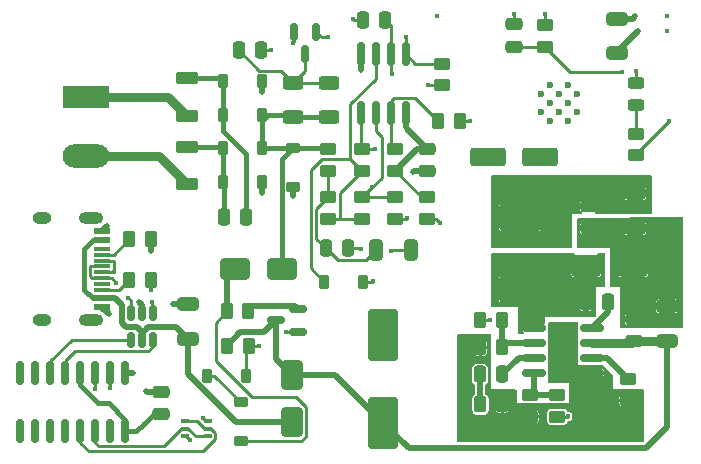
<source format=gtl>
G04 #@! TF.GenerationSoftware,KiCad,Pcbnew,9.0.4*
G04 #@! TF.CreationDate,2025-10-03T12:39:18+02:00*
G04 #@! TF.ProjectId,Mini-EMS-ESP,4d696e69-2d45-44d5-932d-4553502e6b69,rev?*
G04 #@! TF.SameCoordinates,Original*
G04 #@! TF.FileFunction,Copper,L1,Top*
G04 #@! TF.FilePolarity,Positive*
%FSLAX46Y46*%
G04 Gerber Fmt 4.6, Leading zero omitted, Abs format (unit mm)*
G04 Created by KiCad (PCBNEW 9.0.4) date 2025-10-03 12:39:18*
%MOMM*%
%LPD*%
G01*
G04 APERTURE LIST*
G04 Aperture macros list*
%AMRoundRect*
0 Rectangle with rounded corners*
0 $1 Rounding radius*
0 $2 $3 $4 $5 $6 $7 $8 $9 X,Y pos of 4 corners*
0 Add a 4 corners polygon primitive as box body*
4,1,4,$2,$3,$4,$5,$6,$7,$8,$9,$2,$3,0*
0 Add four circle primitives for the rounded corners*
1,1,$1+$1,$2,$3*
1,1,$1+$1,$4,$5*
1,1,$1+$1,$6,$7*
1,1,$1+$1,$8,$9*
0 Add four rect primitives between the rounded corners*
20,1,$1+$1,$2,$3,$4,$5,0*
20,1,$1+$1,$4,$5,$6,$7,0*
20,1,$1+$1,$6,$7,$8,$9,0*
20,1,$1+$1,$8,$9,$2,$3,0*%
G04 Aperture macros list end*
G04 #@! TA.AperFunction,ComponentPad*
%ADD10O,1.600000X1.000000*%
G04 #@! TD*
G04 #@! TA.AperFunction,ComponentPad*
%ADD11O,2.100000X1.000000*%
G04 #@! TD*
G04 #@! TA.AperFunction,SMDPad,CuDef*
%ADD12R,1.450000X0.600000*%
G04 #@! TD*
G04 #@! TA.AperFunction,SMDPad,CuDef*
%ADD13R,1.450000X0.300000*%
G04 #@! TD*
G04 #@! TA.AperFunction,SMDPad,CuDef*
%ADD14RoundRect,0.250000X-0.450000X0.262500X-0.450000X-0.262500X0.450000X-0.262500X0.450000X0.262500X0*%
G04 #@! TD*
G04 #@! TA.AperFunction,SMDPad,CuDef*
%ADD15RoundRect,0.150000X0.587500X0.150000X-0.587500X0.150000X-0.587500X-0.150000X0.587500X-0.150000X0*%
G04 #@! TD*
G04 #@! TA.AperFunction,SMDPad,CuDef*
%ADD16RoundRect,0.250000X0.250000X0.475000X-0.250000X0.475000X-0.250000X-0.475000X0.250000X-0.475000X0*%
G04 #@! TD*
G04 #@! TA.AperFunction,SMDPad,CuDef*
%ADD17RoundRect,0.250000X-0.475000X0.250000X-0.475000X-0.250000X0.475000X-0.250000X0.475000X0.250000X0*%
G04 #@! TD*
G04 #@! TA.AperFunction,SMDPad,CuDef*
%ADD18RoundRect,0.225000X-0.225000X-0.375000X0.225000X-0.375000X0.225000X0.375000X-0.225000X0.375000X0*%
G04 #@! TD*
G04 #@! TA.AperFunction,SMDPad,CuDef*
%ADD19RoundRect,0.250000X0.475000X-0.250000X0.475000X0.250000X-0.475000X0.250000X-0.475000X-0.250000X0*%
G04 #@! TD*
G04 #@! TA.AperFunction,ComponentPad*
%ADD20R,3.960000X1.980000*%
G04 #@! TD*
G04 #@! TA.AperFunction,ComponentPad*
%ADD21O,3.960000X1.980000*%
G04 #@! TD*
G04 #@! TA.AperFunction,SMDPad,CuDef*
%ADD22RoundRect,0.250000X0.650000X-0.325000X0.650000X0.325000X-0.650000X0.325000X-0.650000X-0.325000X0*%
G04 #@! TD*
G04 #@! TA.AperFunction,SMDPad,CuDef*
%ADD23RoundRect,0.150000X-0.150000X0.825000X-0.150000X-0.825000X0.150000X-0.825000X0.150000X0.825000X0*%
G04 #@! TD*
G04 #@! TA.AperFunction,SMDPad,CuDef*
%ADD24RoundRect,0.150000X-0.150000X0.587500X-0.150000X-0.587500X0.150000X-0.587500X0.150000X0.587500X0*%
G04 #@! TD*
G04 #@! TA.AperFunction,SMDPad,CuDef*
%ADD25RoundRect,0.250000X-0.262500X-0.450000X0.262500X-0.450000X0.262500X0.450000X-0.262500X0.450000X0*%
G04 #@! TD*
G04 #@! TA.AperFunction,SMDPad,CuDef*
%ADD26RoundRect,0.250000X-1.000000X-0.650000X1.000000X-0.650000X1.000000X0.650000X-1.000000X0.650000X0*%
G04 #@! TD*
G04 #@! TA.AperFunction,SMDPad,CuDef*
%ADD27RoundRect,0.243750X-0.456250X0.243750X-0.456250X-0.243750X0.456250X-0.243750X0.456250X0.243750X0*%
G04 #@! TD*
G04 #@! TA.AperFunction,SMDPad,CuDef*
%ADD28RoundRect,0.250000X-0.250000X-0.475000X0.250000X-0.475000X0.250000X0.475000X-0.250000X0.475000X0*%
G04 #@! TD*
G04 #@! TA.AperFunction,SMDPad,CuDef*
%ADD29RoundRect,0.225000X0.225000X0.375000X-0.225000X0.375000X-0.225000X-0.375000X0.225000X-0.375000X0*%
G04 #@! TD*
G04 #@! TA.AperFunction,SMDPad,CuDef*
%ADD30RoundRect,0.250000X1.500000X-0.925000X1.500000X0.925000X-1.500000X0.925000X-1.500000X-0.925000X0*%
G04 #@! TD*
G04 #@! TA.AperFunction,SMDPad,CuDef*
%ADD31RoundRect,0.250000X0.262500X0.450000X-0.262500X0.450000X-0.262500X-0.450000X0.262500X-0.450000X0*%
G04 #@! TD*
G04 #@! TA.AperFunction,SMDPad,CuDef*
%ADD32RoundRect,0.250000X0.450000X-0.262500X0.450000X0.262500X-0.450000X0.262500X-0.450000X-0.262500X0*%
G04 #@! TD*
G04 #@! TA.AperFunction,SMDPad,CuDef*
%ADD33RoundRect,0.150000X-0.825000X-0.150000X0.825000X-0.150000X0.825000X0.150000X-0.825000X0.150000X0*%
G04 #@! TD*
G04 #@! TA.AperFunction,SMDPad,CuDef*
%ADD34RoundRect,0.250000X-0.650000X0.325000X-0.650000X-0.325000X0.650000X-0.325000X0.650000X0.325000X0*%
G04 #@! TD*
G04 #@! TA.AperFunction,SMDPad,CuDef*
%ADD35RoundRect,0.250000X0.625000X-0.312500X0.625000X0.312500X-0.625000X0.312500X-0.625000X-0.312500X0*%
G04 #@! TD*
G04 #@! TA.AperFunction,SMDPad,CuDef*
%ADD36RoundRect,0.250000X-1.250000X-0.550000X1.250000X-0.550000X1.250000X0.550000X-1.250000X0.550000X0*%
G04 #@! TD*
G04 #@! TA.AperFunction,SMDPad,CuDef*
%ADD37RoundRect,0.250000X1.000000X-1.950000X1.000000X1.950000X-1.000000X1.950000X-1.000000X-1.950000X0*%
G04 #@! TD*
G04 #@! TA.AperFunction,SMDPad,CuDef*
%ADD38RoundRect,0.250000X0.700000X-0.275000X0.700000X0.275000X-0.700000X0.275000X-0.700000X-0.275000X0*%
G04 #@! TD*
G04 #@! TA.AperFunction,SMDPad,CuDef*
%ADD39RoundRect,0.250000X0.325000X0.650000X-0.325000X0.650000X-0.325000X-0.650000X0.325000X-0.650000X0*%
G04 #@! TD*
G04 #@! TA.AperFunction,SMDPad,CuDef*
%ADD40RoundRect,0.250000X-0.650000X1.000000X-0.650000X-1.000000X0.650000X-1.000000X0.650000X1.000000X0*%
G04 #@! TD*
G04 #@! TA.AperFunction,SMDPad,CuDef*
%ADD41RoundRect,0.150000X-0.150000X0.512500X-0.150000X-0.512500X0.150000X-0.512500X0.150000X0.512500X0*%
G04 #@! TD*
G04 #@! TA.AperFunction,SMDPad,CuDef*
%ADD42RoundRect,0.100000X0.225000X0.100000X-0.225000X0.100000X-0.225000X-0.100000X0.225000X-0.100000X0*%
G04 #@! TD*
G04 #@! TA.AperFunction,SMDPad,CuDef*
%ADD43RoundRect,0.225000X-0.375000X0.225000X-0.375000X-0.225000X0.375000X-0.225000X0.375000X0.225000X0*%
G04 #@! TD*
G04 #@! TA.AperFunction,HeatsinkPad*
%ADD44C,0.600000*%
G04 #@! TD*
G04 #@! TA.AperFunction,ViaPad*
%ADD45C,0.450000*%
G04 #@! TD*
G04 #@! TA.AperFunction,Conductor*
%ADD46C,0.250000*%
G04 #@! TD*
G04 #@! TA.AperFunction,Conductor*
%ADD47C,0.500000*%
G04 #@! TD*
G04 #@! TA.AperFunction,Conductor*
%ADD48C,0.400000*%
G04 #@! TD*
G04 #@! TA.AperFunction,Conductor*
%ADD49C,0.800000*%
G04 #@! TD*
G04 APERTURE END LIST*
D10*
X73826000Y-113032000D03*
X73826000Y-113032000D03*
D11*
X78006000Y-113032000D03*
X78006000Y-113032000D03*
D10*
X73826000Y-104392000D03*
X73826000Y-104392000D03*
D11*
X78006000Y-104392000D03*
X78006000Y-104392000D03*
D12*
X78921000Y-111937000D03*
X78921000Y-111162000D03*
D13*
X78921000Y-110462000D03*
X78921000Y-109962000D03*
X78921000Y-109462000D03*
X78921000Y-108962000D03*
X78921000Y-108462000D03*
X78921000Y-107962000D03*
X78921000Y-107462000D03*
X78921000Y-106962000D03*
D12*
X78921000Y-106262000D03*
X78921000Y-105487000D03*
D14*
X107696000Y-91289500D03*
X107696000Y-93114500D03*
D15*
X95552500Y-113980000D03*
X95552500Y-112080000D03*
X93677500Y-113030000D03*
D16*
X121788000Y-111506000D03*
X119888000Y-111506000D03*
D17*
X106426000Y-98491000D03*
X106426000Y-100391000D03*
X120142000Y-103317000D03*
X120142000Y-105217000D03*
D18*
X89155000Y-101303667D03*
X92455000Y-101303667D03*
D19*
X123952000Y-114803000D03*
X123952000Y-112903000D03*
D20*
X77597000Y-94136000D03*
D21*
X77597000Y-99136000D03*
D22*
X86233000Y-114632000D03*
X86233000Y-111682000D03*
D23*
X104648000Y-90489000D03*
X103378000Y-90489000D03*
X102108000Y-90489000D03*
X100838000Y-90489000D03*
X100838000Y-95439000D03*
X102108000Y-95439000D03*
X103378000Y-95439000D03*
X104648000Y-95439000D03*
D24*
X97089000Y-88597500D03*
X95189000Y-88597500D03*
X96139000Y-90472500D03*
D14*
X103759000Y-102592500D03*
X103759000Y-104417500D03*
D23*
X80899000Y-117478000D03*
X79629000Y-117478000D03*
X78359000Y-117478000D03*
X77089000Y-117478000D03*
X75819000Y-117478000D03*
X74549000Y-117478000D03*
X73279000Y-117478000D03*
X72009000Y-117478000D03*
X72009000Y-122428000D03*
X73279000Y-122428000D03*
X74549000Y-122428000D03*
X75819000Y-122428000D03*
X77089000Y-122428000D03*
X78359000Y-122428000D03*
X79629000Y-122428000D03*
X80899000Y-122428000D03*
D14*
X98044000Y-98528500D03*
X98044000Y-100353500D03*
D25*
X110974500Y-120142000D03*
X112799500Y-120142000D03*
D14*
X123444000Y-117959500D03*
X123444000Y-119784500D03*
D26*
X119920000Y-108458000D03*
X123920000Y-108458000D03*
D27*
X124104400Y-92940900D03*
X124104400Y-94815900D03*
D28*
X101031000Y-87565000D03*
X102931000Y-87565000D03*
D29*
X92455000Y-95631000D03*
X89155000Y-95631000D03*
D30*
X114300000Y-110340000D03*
X114300000Y-104290000D03*
D31*
X112799500Y-115316000D03*
X110974500Y-115316000D03*
D25*
X89511500Y-115189000D03*
X91336500Y-115189000D03*
D14*
X100965000Y-98528500D03*
X100965000Y-100353500D03*
X100965000Y-102592500D03*
X100965000Y-104417500D03*
D32*
X103759000Y-100353500D03*
X103759000Y-98528500D03*
D33*
X115508000Y-113665000D03*
X115508000Y-114935000D03*
X115508000Y-116205000D03*
X115508000Y-117475000D03*
X120458000Y-117475000D03*
X120458000Y-116205000D03*
X120458000Y-114935000D03*
X120458000Y-113665000D03*
D22*
X126746000Y-114759000D03*
X126746000Y-111809000D03*
D25*
X110974500Y-113030000D03*
X112799500Y-113030000D03*
D34*
X124079000Y-102284000D03*
X124079000Y-105234000D03*
D31*
X91313000Y-112268000D03*
X89488000Y-112268000D03*
D18*
X89155000Y-92794667D03*
X92455000Y-92794667D03*
D14*
X116433600Y-88038300D03*
X116433600Y-89863300D03*
D16*
X91120000Y-104267000D03*
X89220000Y-104267000D03*
D28*
X90490000Y-90170000D03*
X92390000Y-90170000D03*
D35*
X95123000Y-95823500D03*
X95123000Y-92898500D03*
D19*
X113842800Y-89850000D03*
X113842800Y-87950000D03*
D14*
X115189000Y-119356500D03*
X115189000Y-121181500D03*
D19*
X83947000Y-120965000D03*
X83947000Y-119065000D03*
D25*
X107418500Y-96139000D03*
X109243500Y-96139000D03*
D36*
X111592000Y-99187000D03*
X115992000Y-99187000D03*
D32*
X124155200Y-99058100D03*
X124155200Y-97233100D03*
D37*
X102743000Y-121683000D03*
X102743000Y-114283000D03*
D28*
X110937000Y-117602000D03*
X112837000Y-117602000D03*
D25*
X81233000Y-106172000D03*
X83058000Y-106172000D03*
D28*
X97856000Y-106934000D03*
X99756000Y-106934000D03*
D38*
X86106000Y-95690667D03*
X86106000Y-92540667D03*
D34*
X122555000Y-87474000D03*
X122555000Y-90424000D03*
D26*
X90202000Y-108712000D03*
X94202000Y-108712000D03*
D35*
X98171000Y-95823500D03*
X98171000Y-92898500D03*
D39*
X105107000Y-107061000D03*
X102157000Y-107061000D03*
D40*
X94996000Y-117634000D03*
X94996000Y-121634000D03*
D25*
X81233000Y-109601000D03*
X83058000Y-109601000D03*
D14*
X98044000Y-102592500D03*
X98044000Y-104417500D03*
D29*
X92455000Y-98467334D03*
X89155000Y-98467334D03*
D14*
X117475000Y-119356500D03*
X117475000Y-121181500D03*
D38*
X86106000Y-101481667D03*
X86106000Y-98331667D03*
D41*
X83246000Y-112400500D03*
X82296000Y-112400500D03*
X81346000Y-112400500D03*
X81346000Y-114675500D03*
X82296000Y-114675500D03*
X83246000Y-114675500D03*
D14*
X106426000Y-102617900D03*
X106426000Y-104442900D03*
D42*
X87879000Y-122839000D03*
X87879000Y-122189000D03*
X87879000Y-121539000D03*
X85979000Y-121539000D03*
X85979000Y-122189000D03*
X85979000Y-122839000D03*
D43*
X95123000Y-98426000D03*
X95123000Y-101726000D03*
D44*
X119159000Y-95351500D03*
X119159000Y-93826500D03*
X118396500Y-96114000D03*
X118396500Y-94589000D03*
X118396500Y-93064000D03*
X117634000Y-95351500D03*
X117634000Y-93826500D03*
X116871500Y-96114000D03*
X116871500Y-94589000D03*
X116871500Y-93064000D03*
X116109000Y-95351500D03*
X116109000Y-93826500D03*
D43*
X90678000Y-119965200D03*
X90678000Y-123265200D03*
D29*
X91159600Y-117703600D03*
X87859600Y-117703600D03*
X101065600Y-109778800D03*
X97765600Y-109778800D03*
D45*
X101889168Y-109712368D03*
X94538800Y-113995200D03*
X92252800Y-115163600D03*
X118745000Y-115443000D03*
X79502000Y-112522000D03*
X118745000Y-114554000D03*
X103632000Y-112522000D03*
X117221000Y-115443000D03*
X125603000Y-106553000D03*
X117221000Y-116332000D03*
X82677000Y-118999000D03*
X101854000Y-112522000D03*
X117983000Y-117221000D03*
X102743000Y-112522000D03*
X118745000Y-113665000D03*
X117221000Y-117221000D03*
X121285000Y-119761000D03*
X119761000Y-118745000D03*
X81534000Y-117475000D03*
X100203000Y-87503000D03*
X117983000Y-115443000D03*
X117221000Y-98679000D03*
X124841000Y-106553000D03*
X84963000Y-111633000D03*
X92456000Y-93726000D03*
X118999000Y-118745000D03*
X83058000Y-107188000D03*
X120523000Y-119761000D03*
X93218000Y-90170000D03*
X120523000Y-120777000D03*
X124104400Y-91897200D03*
X95123000Y-89535000D03*
X83058000Y-110490000D03*
X117221000Y-114554000D03*
X124079000Y-106553000D03*
X119761000Y-119761000D03*
X118999000Y-120777000D03*
X82042000Y-111506000D03*
X79375000Y-105029000D03*
X100838000Y-91821000D03*
X126746000Y-87249000D03*
X105283000Y-100457000D03*
X95123000Y-102489000D03*
X118745000Y-117221000D03*
X117983000Y-116332000D03*
X117221000Y-99695000D03*
X119761000Y-120777000D03*
X124079000Y-87249000D03*
X104775000Y-104394000D03*
X117221000Y-113665000D03*
X92456000Y-102235000D03*
X117983000Y-114554000D03*
X107315000Y-87249000D03*
X123317000Y-106553000D03*
X121285000Y-118745000D03*
X118999000Y-119761000D03*
X118745000Y-116332000D03*
X117983000Y-113665000D03*
X113842800Y-87122000D03*
X121285000Y-120777000D03*
X120523000Y-118745000D03*
X105123000Y-97188000D03*
X115824000Y-101600000D03*
X112776000Y-101600000D03*
X118364000Y-121158000D03*
X113792000Y-101600000D03*
X110363000Y-99695000D03*
X116840000Y-101600000D03*
X106553000Y-93091000D03*
X126746000Y-88519000D03*
X124333000Y-88519000D03*
X110363000Y-98679000D03*
X116433600Y-87071200D03*
X119126000Y-103378000D03*
X82448400Y-121818400D03*
X114808000Y-101600000D03*
X117856000Y-101600000D03*
X102006400Y-98501200D03*
X103378000Y-107137200D03*
X100838000Y-106984800D03*
X101778750Y-101778750D03*
X103505000Y-92185000D03*
X122809000Y-114935000D03*
X111760000Y-113030000D03*
X87503000Y-121285000D03*
X107543600Y-104800400D03*
X86360000Y-123190000D03*
X122936000Y-92025000D03*
X98044000Y-89052400D03*
X104648000Y-89052400D03*
X110109000Y-96139000D03*
X79629000Y-118745000D03*
X78359000Y-118872000D03*
X80137000Y-109855000D03*
X83185000Y-111506000D03*
X81153000Y-111142000D03*
X79947000Y-108913000D03*
X126949200Y-96164400D03*
D46*
X88544400Y-113211600D02*
X89488000Y-112268000D01*
X91638290Y-119532400D02*
X88544400Y-116438510D01*
X96197000Y-120398840D02*
X95330560Y-119532400D01*
X95330560Y-119532400D02*
X91638290Y-119532400D01*
X96197000Y-122869160D02*
X96197000Y-120398840D01*
X88544400Y-116438510D02*
X88544400Y-113211600D01*
X90678000Y-123265200D02*
X95800960Y-123265200D01*
X95800960Y-123265200D02*
X96197000Y-122869160D01*
X101822736Y-109778800D02*
X101889168Y-109712368D01*
X101065600Y-109778800D02*
X101822736Y-109778800D01*
X96617000Y-100281840D02*
X96617000Y-108630200D01*
X96617000Y-108630200D02*
X97765600Y-109778800D01*
X97546340Y-99352500D02*
X96617000Y-100281840D01*
X99964000Y-99352500D02*
X97546340Y-99352500D01*
X95537300Y-113995200D02*
X95552500Y-113980000D01*
X94538800Y-113995200D02*
X95537300Y-113995200D01*
X92227400Y-115189000D02*
X92252800Y-115163600D01*
X91336500Y-115189000D02*
X92227400Y-115189000D01*
X91159600Y-115365900D02*
X91336500Y-115189000D01*
X91159600Y-117703600D02*
X91159600Y-115365900D01*
X88416400Y-117703600D02*
X87859600Y-117703600D01*
X90678000Y-119965200D02*
X88416400Y-117703600D01*
D47*
X86233000Y-117603888D02*
X90263112Y-121634000D01*
X90263112Y-121634000D02*
X94996000Y-121634000D01*
X86233000Y-114632000D02*
X86233000Y-117603888D01*
D48*
X89155000Y-95631000D02*
X89155000Y-92794667D01*
X89155000Y-97011158D02*
X89155000Y-95631000D01*
X91120000Y-104267000D02*
X91120000Y-98976158D01*
X86106000Y-92540667D02*
X88901000Y-92540667D01*
X88901000Y-92540667D02*
X89155000Y-92794667D01*
X91120000Y-98976158D02*
X89155000Y-97011158D01*
X89019333Y-98331667D02*
X89155000Y-98467334D01*
X89220000Y-101368667D02*
X89155000Y-101303667D01*
X86106000Y-98331667D02*
X89019333Y-98331667D01*
X89155000Y-101303667D02*
X89155000Y-98467334D01*
X89220000Y-104267000D02*
X89220000Y-101368667D01*
D46*
X124104400Y-92940900D02*
X124104400Y-91897200D01*
X92390000Y-90170000D02*
X93218000Y-90170000D01*
D47*
X82296000Y-112400500D02*
X82296000Y-111760000D01*
X92455000Y-102234000D02*
X92456000Y-102235000D01*
X122555000Y-87474000D02*
X123854000Y-87474000D01*
X82296000Y-111760000D02*
X82042000Y-111506000D01*
X78921000Y-105487000D02*
X78921000Y-105483000D01*
X105349000Y-100391000D02*
X105283000Y-100457000D01*
X106426000Y-100391000D02*
X105349000Y-100391000D01*
X83947000Y-119065000D02*
X82743000Y-119065000D01*
D46*
X100265000Y-87565000D02*
X100203000Y-87503000D01*
D47*
X78921000Y-105483000D02*
X79375000Y-105029000D01*
X86233000Y-111682000D02*
X85012000Y-111682000D01*
X80899000Y-117478000D02*
X81531000Y-117478000D01*
X78921000Y-111941000D02*
X79502000Y-112522000D01*
D46*
X104751500Y-104417500D02*
X104775000Y-104394000D01*
D47*
X83058000Y-106172000D02*
X83058000Y-107188000D01*
D46*
X101031000Y-87565000D02*
X100265000Y-87565000D01*
D47*
X100838000Y-90489000D02*
X100838000Y-91821000D01*
X81531000Y-117478000D02*
X81534000Y-117475000D01*
X92455000Y-101303667D02*
X92455000Y-102234000D01*
D46*
X95189000Y-88597500D02*
X95189000Y-89469000D01*
D47*
X123854000Y-87474000D02*
X124079000Y-87249000D01*
X85012000Y-111682000D02*
X84963000Y-111633000D01*
D46*
X95189000Y-89469000D02*
X95123000Y-89535000D01*
D47*
X95123000Y-101726000D02*
X95123000Y-102489000D01*
D46*
X113842800Y-87950000D02*
X113842800Y-87122000D01*
D47*
X82743000Y-119065000D02*
X82677000Y-118999000D01*
X78921000Y-111937000D02*
X78921000Y-111941000D01*
X92455000Y-92794667D02*
X92455000Y-93725000D01*
X92455000Y-93725000D02*
X92456000Y-93726000D01*
D46*
X103759000Y-104417500D02*
X104751500Y-104417500D01*
X83058000Y-109601000D02*
X83058000Y-110490000D01*
X96139000Y-91882500D02*
X95123000Y-92898500D01*
X98171000Y-92898500D02*
X95123000Y-92898500D01*
X95123000Y-92898500D02*
X94118167Y-91893667D01*
X92213667Y-91893667D02*
X90490000Y-90170000D01*
X96139000Y-90472500D02*
X96139000Y-91882500D01*
X94118167Y-91893667D02*
X92213667Y-91893667D01*
D47*
X105123000Y-97188000D02*
X104775000Y-96840000D01*
X105621500Y-98491000D02*
X106426000Y-98491000D01*
X104775000Y-96774000D02*
X104648000Y-96647000D01*
D48*
X79486399Y-120040400D02*
X80899000Y-121453001D01*
X80899000Y-122428000D02*
X81838800Y-122428000D01*
X77089000Y-118541800D02*
X78587600Y-120040400D01*
X80899000Y-121453001D02*
X80899000Y-122428000D01*
D47*
X103759000Y-100353500D02*
X105621500Y-98491000D01*
D46*
X118340500Y-121181500D02*
X118364000Y-121158000D01*
D48*
X83947000Y-120965000D02*
X83301800Y-120965000D01*
X83301800Y-120965000D02*
X82448400Y-121818400D01*
D47*
X104648000Y-96647000D02*
X104648000Y-95439000D01*
X104775000Y-96840000D02*
X104775000Y-96774000D01*
X106426000Y-98491000D02*
X105123000Y-97188000D01*
D46*
X106426000Y-102617900D02*
X106023400Y-102617900D01*
X117475000Y-121181500D02*
X118340500Y-121181500D01*
X106576500Y-93114500D02*
X106553000Y-93091000D01*
X116433600Y-88038300D02*
X116433600Y-87071200D01*
D48*
X78587600Y-120040400D02*
X79486399Y-120040400D01*
D46*
X106023400Y-102617900D02*
X103759000Y-100353500D01*
D48*
X81838800Y-122428000D02*
X82448400Y-121818400D01*
D46*
X107696000Y-93114500D02*
X106576500Y-93114500D01*
D47*
X122555000Y-90424000D02*
X122555000Y-90297000D01*
D48*
X77089000Y-117478000D02*
X77089000Y-118541800D01*
D47*
X122555000Y-90297000D02*
X124333000Y-88519000D01*
D46*
X100992300Y-98501200D02*
X100965000Y-98528500D01*
X102006400Y-98501200D02*
X100992300Y-98501200D01*
X100838000Y-95439000D02*
X100838000Y-98401500D01*
X103454200Y-107061000D02*
X103378000Y-107137200D01*
X105107000Y-107061000D02*
X103454200Y-107061000D01*
X100838000Y-98401500D02*
X100965000Y-98528500D01*
X97043000Y-106121000D02*
X97043000Y-103593500D01*
X102157000Y-107061000D02*
X101258000Y-107960000D01*
X97043000Y-103593500D02*
X98044000Y-102592500D01*
X98044000Y-100353500D02*
X98044000Y-102592500D01*
X97856000Y-106934000D02*
X97043000Y-106121000D01*
X101258000Y-107960000D02*
X98882000Y-107960000D01*
X98882000Y-107960000D02*
X97856000Y-106934000D01*
X102616000Y-97536000D02*
X102616000Y-100941500D01*
X102108000Y-97028000D02*
X102616000Y-97536000D01*
X101778750Y-101778750D02*
X100965000Y-102592500D01*
X99756000Y-106934000D02*
X100787200Y-106934000D01*
X102108000Y-95439000D02*
X102108000Y-97028000D01*
X103759000Y-102592500D02*
X100965000Y-102592500D01*
X102616000Y-100941500D02*
X101778750Y-101778750D01*
X100787200Y-106934000D02*
X100838000Y-106984800D01*
X103378000Y-90489000D02*
X103378000Y-92058000D01*
X103378000Y-89027000D02*
X103378000Y-88012000D01*
X103378000Y-92058000D02*
X103505000Y-92185000D01*
X103378000Y-88012000D02*
X102931000Y-87565000D01*
X103378000Y-90489000D02*
X103378000Y-89027000D01*
D49*
X120458000Y-114935000D02*
X122809000Y-114935000D01*
X122809000Y-114935000D02*
X123820000Y-114935000D01*
D47*
X102743000Y-121683000D02*
X104885000Y-123825000D01*
X98694000Y-117634000D02*
X94996000Y-117634000D01*
D49*
X126746000Y-114759000D02*
X123996000Y-114759000D01*
D47*
X124968000Y-123825000D02*
X126746000Y-122047000D01*
X104885000Y-123825000D02*
X124968000Y-123825000D01*
D49*
X123820000Y-114935000D02*
X123952000Y-114803000D01*
D47*
X92661500Y-114046000D02*
X93677500Y-113030000D01*
X90654500Y-114046000D02*
X92661500Y-114046000D01*
X89511500Y-115189000D02*
X90654500Y-114046000D01*
D46*
X110974500Y-113030000D02*
X111760000Y-113030000D01*
D49*
X123996000Y-114759000D02*
X123952000Y-114803000D01*
D47*
X126746000Y-122047000D02*
X126746000Y-114759000D01*
X102743000Y-121683000D02*
X98694000Y-117634000D01*
X94996000Y-117634000D02*
X93677500Y-116315500D01*
X93677500Y-116315500D02*
X93677500Y-113030000D01*
X121788000Y-111506000D02*
X121788000Y-112335000D01*
X121788000Y-112335000D02*
X120458000Y-113665000D01*
X110937000Y-117602000D02*
X110937000Y-120104500D01*
X110937000Y-120104500D02*
X110974500Y-120142000D01*
X114234000Y-116205000D02*
X112837000Y-117602000D01*
X115508000Y-116205000D02*
X114234000Y-116205000D01*
X81869999Y-113587000D02*
X82296000Y-114013001D01*
D48*
X77394000Y-110422570D02*
X77394000Y-107001430D01*
D47*
X82296000Y-114144256D02*
X82853256Y-113587000D01*
D48*
X78133430Y-106262000D02*
X78921000Y-106262000D01*
D47*
X82853256Y-113587000D02*
X85188000Y-113587000D01*
X85188000Y-113587000D02*
X86233000Y-114632000D01*
X80023000Y-111162000D02*
X80620000Y-111759000D01*
X82296000Y-114013001D02*
X82296000Y-114675500D01*
X82296000Y-114675500D02*
X82296000Y-114144256D01*
D48*
X78921000Y-111162000D02*
X78133430Y-111162000D01*
X77394000Y-107001430D02*
X78133430Y-106262000D01*
D47*
X80953256Y-113587000D02*
X81869999Y-113587000D01*
D48*
X78133430Y-111162000D02*
X77394000Y-110422570D01*
D47*
X80620000Y-111759000D02*
X80620000Y-113253744D01*
X80620000Y-113253744D02*
X80953256Y-113587000D01*
X78921000Y-111162000D02*
X80023000Y-111162000D01*
D48*
X94147000Y-108657000D02*
X94147000Y-99402000D01*
X97941500Y-98426000D02*
X98044000Y-98528500D01*
X95123000Y-98426000D02*
X97941500Y-98426000D01*
X95123000Y-95823500D02*
X98171000Y-95823500D01*
X92455000Y-98467334D02*
X92455000Y-96140000D01*
X92455000Y-96140000D02*
X92964000Y-95631000D01*
X94202000Y-108712000D02*
X94147000Y-108657000D01*
X94147000Y-99402000D02*
X95123000Y-98426000D01*
X95081666Y-98467334D02*
X95123000Y-98426000D01*
X92455000Y-95631000D02*
X92964000Y-95631000D01*
X94930500Y-95631000D02*
X95123000Y-95823500D01*
X92964000Y-95631000D02*
X94930500Y-95631000D01*
X92455000Y-98467334D02*
X95081666Y-98467334D01*
D46*
X99060000Y-102258500D02*
X99060000Y-104417500D01*
X98044000Y-104417500D02*
X99060000Y-104417500D01*
X100965000Y-100353500D02*
X99060000Y-102258500D01*
X99964000Y-94696032D02*
X99964000Y-99352500D01*
X99060000Y-104417500D02*
X100965000Y-104417500D01*
X102108000Y-92552032D02*
X99964000Y-94696032D01*
X102108000Y-90489000D02*
X102108000Y-92552032D01*
X99964000Y-99352500D02*
X100965000Y-100353500D01*
D47*
X89488000Y-112268000D02*
X89488000Y-109426000D01*
X89488000Y-109426000D02*
X90202000Y-108712000D01*
D49*
X77597000Y-99136000D02*
X83760333Y-99136000D01*
X83760333Y-99136000D02*
X86106000Y-101481667D01*
X77597000Y-94136000D02*
X84551333Y-94136000D01*
X84551333Y-94136000D02*
X86106000Y-95690667D01*
D47*
X91313000Y-112268000D02*
X91800999Y-111780001D01*
X91800999Y-111780001D02*
X95252501Y-111780001D01*
X95252501Y-111780001D02*
X95552500Y-112080000D01*
D46*
X86984130Y-121539000D02*
X87634130Y-122189000D01*
X88505000Y-122570130D02*
X88123870Y-122189000D01*
X85979000Y-121539000D02*
X86984130Y-121539000D01*
X87634130Y-122189000D02*
X87879000Y-122189000D01*
X88505000Y-123107870D02*
X88505000Y-122570130D01*
X77816001Y-124130000D02*
X87482870Y-124130000D01*
X87482870Y-124130000D02*
X88505000Y-123107870D01*
X77089000Y-122428000D02*
X77089000Y-123402999D01*
X88123870Y-122189000D02*
X87879000Y-122189000D01*
X77089000Y-123402999D02*
X77816001Y-124130000D01*
X78359000Y-123402999D02*
X78660001Y-123704000D01*
X84139001Y-123704000D02*
X85654001Y-122189000D01*
X87879000Y-122839000D02*
X86877000Y-122839000D01*
X78359000Y-122428000D02*
X78359000Y-123402999D01*
X86227000Y-122189000D02*
X85979000Y-122189000D01*
X86877000Y-122839000D02*
X86227000Y-122189000D01*
X78660001Y-123704000D02*
X84139001Y-123704000D01*
X85654001Y-122189000D02*
X85979000Y-122189000D01*
X87757000Y-121539000D02*
X87503000Y-121285000D01*
X87879000Y-121539000D02*
X87757000Y-121539000D01*
X106426000Y-104442900D02*
X107186100Y-104442900D01*
X107186100Y-104442900D02*
X107543600Y-104800400D01*
X85979000Y-122839000D02*
X86009000Y-122839000D01*
X116433600Y-89863300D02*
X118595300Y-92025000D01*
X86009000Y-122839000D02*
X86360000Y-123190000D01*
X118595300Y-92025000D02*
X122936000Y-92025000D01*
X113842800Y-89850000D02*
X116420300Y-89850000D01*
X116420300Y-89850000D02*
X116433600Y-89863300D01*
X104648000Y-90489000D02*
X104648000Y-89052400D01*
X97543900Y-89052400D02*
X97089000Y-88597500D01*
X105448500Y-91289500D02*
X104648000Y-90489000D01*
X98044000Y-89052400D02*
X97543900Y-89052400D01*
X107696000Y-91289500D02*
X105448500Y-91289500D01*
X103378000Y-98147500D02*
X103759000Y-98528500D01*
X103378000Y-94464001D02*
X103378000Y-95439000D01*
X107418500Y-96139000D02*
X105442500Y-94163000D01*
X105442500Y-94163000D02*
X103679001Y-94163000D01*
X103378000Y-95439000D02*
X103378000Y-98147500D01*
X103679001Y-94163000D02*
X103378000Y-94464001D01*
X110109000Y-96139000D02*
X109243500Y-96139000D01*
D47*
X121689500Y-116205000D02*
X120458000Y-116205000D01*
X123444000Y-117959500D02*
X121689500Y-116205000D01*
X113180500Y-114935000D02*
X112799500Y-115316000D01*
X112799500Y-113030000D02*
X112799500Y-115316000D01*
X115508000Y-114935000D02*
X113180500Y-114935000D01*
X117475000Y-119356500D02*
X115189000Y-119356500D01*
X115508000Y-119037500D02*
X115189000Y-119356500D01*
X115508000Y-117475000D02*
X115508000Y-119037500D01*
D46*
X80824000Y-109192000D02*
X81233000Y-109601000D01*
X80372000Y-110462000D02*
X81233000Y-109601000D01*
X78921000Y-110462000D02*
X80372000Y-110462000D01*
X78921000Y-107462000D02*
X79943000Y-107462000D01*
X79943000Y-107462000D02*
X81233000Y-106172000D01*
X79629000Y-117478000D02*
X79629000Y-118745000D01*
X124155200Y-94866700D02*
X124104400Y-94815900D01*
X124155200Y-97233100D02*
X124155200Y-94866700D01*
X78359000Y-118872000D02*
X78359000Y-117478000D01*
X76683001Y-115639000D02*
X82857000Y-115639000D01*
X83246000Y-115250000D02*
X83246000Y-114675500D01*
X75819000Y-116503001D02*
X76683001Y-115639000D01*
X82857000Y-115639000D02*
X83246000Y-115250000D01*
X75819000Y-117478000D02*
X75819000Y-116503001D01*
X76376501Y-114675500D02*
X81346000Y-114675500D01*
X74549000Y-117478000D02*
X74549000Y-116503001D01*
X74549000Y-116503001D02*
X76376501Y-114675500D01*
X78921000Y-108462000D02*
X77944000Y-108462000D01*
X78921000Y-109462000D02*
X79744000Y-109462000D01*
X79744000Y-109462000D02*
X80137000Y-109855000D01*
X77895000Y-108511000D02*
X77895000Y-109240000D01*
X77895000Y-109240000D02*
X78117000Y-109462000D01*
X83185000Y-112339500D02*
X83246000Y-112400500D01*
X78117000Y-109462000D02*
X78921000Y-109462000D01*
X83185000Y-111506000D02*
X83185000Y-112339500D01*
X77944000Y-108462000D02*
X77895000Y-108511000D01*
X79947000Y-108011000D02*
X79898000Y-107962000D01*
X81346000Y-111335000D02*
X81153000Y-111142000D01*
X78921000Y-108962000D02*
X79898000Y-108962000D01*
X79898000Y-107962000D02*
X78921000Y-107962000D01*
X79898000Y-108962000D02*
X79947000Y-108913000D01*
X81346000Y-112400500D02*
X81346000Y-111335000D01*
X79947000Y-108913000D02*
X79947000Y-108011000D01*
X124155200Y-99058100D02*
X124155200Y-98958400D01*
X124155200Y-98958400D02*
X126949200Y-96164400D01*
G04 #@! TA.AperFunction,Conductor*
G36*
X118925064Y-107334685D02*
G01*
X118970819Y-107387489D01*
X118980763Y-107456647D01*
X118951738Y-107520203D01*
X118892960Y-107557977D01*
X118882216Y-107560617D01*
X118822459Y-107572503D01*
X118822455Y-107572505D01*
X118739760Y-107627760D01*
X118684505Y-107710455D01*
X118684503Y-107710459D01*
X118670000Y-107783371D01*
X118670000Y-108333000D01*
X121170000Y-108333000D01*
X121170000Y-107783373D01*
X121169999Y-107783371D01*
X121155496Y-107710459D01*
X121155494Y-107710455D01*
X121100239Y-107627760D01*
X121017544Y-107572505D01*
X121017540Y-107572503D01*
X120957784Y-107560617D01*
X120895873Y-107528232D01*
X120861299Y-107467517D01*
X120865038Y-107397747D01*
X120905905Y-107341075D01*
X120970923Y-107315494D01*
X120981975Y-107315000D01*
X121415000Y-107315000D01*
X121482039Y-107334685D01*
X121527794Y-107387489D01*
X121539000Y-107439000D01*
X121539000Y-110112000D01*
X121519315Y-110179039D01*
X121466511Y-110224794D01*
X121415000Y-110236000D01*
X120777000Y-110236000D01*
X120777000Y-112652000D01*
X120757315Y-112719039D01*
X120704511Y-112764794D01*
X120653000Y-112776000D01*
X116459000Y-112776000D01*
X116459000Y-113241000D01*
X116439315Y-113308039D01*
X116386511Y-113353794D01*
X116335000Y-113365000D01*
X115633000Y-113365000D01*
X115633000Y-113541000D01*
X115630449Y-113549685D01*
X115631738Y-113558647D01*
X115620759Y-113582687D01*
X115613315Y-113608039D01*
X115606474Y-113613966D01*
X115602713Y-113622203D01*
X115580478Y-113636492D01*
X115560511Y-113653794D01*
X115549996Y-113656081D01*
X115543935Y-113659977D01*
X115509000Y-113665000D01*
X115508000Y-113665000D01*
X115508000Y-113666000D01*
X115488315Y-113733039D01*
X115435511Y-113778794D01*
X115384000Y-113790000D01*
X114533001Y-113790000D01*
X114533001Y-113829772D01*
X114541703Y-113873526D01*
X114541704Y-113873529D01*
X114574856Y-113923143D01*
X114608910Y-113945898D01*
X114653715Y-113999510D01*
X114662422Y-114068835D01*
X114632267Y-114131863D01*
X114572824Y-114168582D01*
X114540019Y-114173000D01*
X114297000Y-114173000D01*
X114229961Y-114153315D01*
X114184206Y-114100511D01*
X114173000Y-114049000D01*
X114173000Y-113500220D01*
X114533000Y-113500220D01*
X114533000Y-113540000D01*
X115383000Y-113540000D01*
X115383000Y-113365000D01*
X114668228Y-113365000D01*
X114624472Y-113373703D01*
X114624470Y-113373704D01*
X114574856Y-113406856D01*
X114541703Y-113456473D01*
X114541701Y-113456477D01*
X114533000Y-113500220D01*
X114173000Y-113500220D01*
X114173000Y-112005628D01*
X119388000Y-112005628D01*
X119402503Y-112078540D01*
X119402505Y-112078544D01*
X119457760Y-112161239D01*
X119540455Y-112216494D01*
X119540459Y-112216496D01*
X119613371Y-112230999D01*
X119613374Y-112231000D01*
X119763000Y-112231000D01*
X120013000Y-112231000D01*
X120162626Y-112231000D01*
X120162628Y-112230999D01*
X120235540Y-112216496D01*
X120235544Y-112216494D01*
X120318239Y-112161239D01*
X120373494Y-112078544D01*
X120373496Y-112078540D01*
X120387999Y-112005628D01*
X120388000Y-112005626D01*
X120388000Y-111631000D01*
X120013000Y-111631000D01*
X120013000Y-112231000D01*
X119763000Y-112231000D01*
X119763000Y-111631000D01*
X119388000Y-111631000D01*
X119388000Y-112005628D01*
X114173000Y-112005628D01*
X114173000Y-111887000D01*
X112011000Y-111887000D01*
X111943961Y-111867315D01*
X111898206Y-111814511D01*
X111887000Y-111763000D01*
X111887000Y-111289628D01*
X112550000Y-111289628D01*
X112564503Y-111362540D01*
X112564505Y-111362544D01*
X112619760Y-111445239D01*
X112702455Y-111500494D01*
X112702459Y-111500496D01*
X112775371Y-111514999D01*
X112775374Y-111515000D01*
X114175000Y-111515000D01*
X114425000Y-111515000D01*
X115824626Y-111515000D01*
X115824628Y-111514999D01*
X115897540Y-111500496D01*
X115897547Y-111500493D01*
X115933398Y-111476538D01*
X115933402Y-111476536D01*
X115980239Y-111445239D01*
X116035494Y-111362544D01*
X116035496Y-111362540D01*
X116049999Y-111289628D01*
X116050000Y-111289626D01*
X116050000Y-111006371D01*
X119388000Y-111006371D01*
X119388000Y-111381000D01*
X119763000Y-111381000D01*
X120013000Y-111381000D01*
X120388000Y-111381000D01*
X120388000Y-111006373D01*
X120387999Y-111006371D01*
X120373496Y-110933459D01*
X120373494Y-110933455D01*
X120318239Y-110850760D01*
X120235544Y-110795505D01*
X120235540Y-110795503D01*
X120162627Y-110781000D01*
X120013000Y-110781000D01*
X120013000Y-111381000D01*
X119763000Y-111381000D01*
X119763000Y-110781000D01*
X119613373Y-110781000D01*
X119540459Y-110795503D01*
X119540455Y-110795505D01*
X119457760Y-110850760D01*
X119402505Y-110933455D01*
X119402503Y-110933459D01*
X119388000Y-111006371D01*
X116050000Y-111006371D01*
X116050000Y-110465000D01*
X114425000Y-110465000D01*
X114425000Y-111515000D01*
X114175000Y-111515000D01*
X114175000Y-110465000D01*
X112550000Y-110465000D01*
X112550000Y-111289628D01*
X111887000Y-111289628D01*
X111887000Y-109390371D01*
X112550000Y-109390371D01*
X112550000Y-110215000D01*
X114175000Y-110215000D01*
X114425000Y-110215000D01*
X116050000Y-110215000D01*
X116050000Y-109390373D01*
X116049999Y-109390371D01*
X116035496Y-109317459D01*
X116035494Y-109317455D01*
X115980239Y-109234760D01*
X115897544Y-109179505D01*
X115897540Y-109179503D01*
X115824627Y-109165000D01*
X114425000Y-109165000D01*
X114425000Y-110215000D01*
X114175000Y-110215000D01*
X114175000Y-109165000D01*
X112775373Y-109165000D01*
X112702459Y-109179503D01*
X112702455Y-109179505D01*
X112619760Y-109234760D01*
X112564505Y-109317455D01*
X112564503Y-109317459D01*
X112550000Y-109390371D01*
X111887000Y-109390371D01*
X111887000Y-109132628D01*
X118670000Y-109132628D01*
X118684503Y-109205540D01*
X118684505Y-109205544D01*
X118739760Y-109288239D01*
X118822455Y-109343494D01*
X118822459Y-109343496D01*
X118895371Y-109357999D01*
X118895374Y-109358000D01*
X119795000Y-109358000D01*
X120045000Y-109358000D01*
X120944626Y-109358000D01*
X120944628Y-109357999D01*
X121017540Y-109343496D01*
X121017544Y-109343494D01*
X121100239Y-109288239D01*
X121155494Y-109205544D01*
X121155496Y-109205540D01*
X121169999Y-109132628D01*
X121170000Y-109132626D01*
X121170000Y-108583000D01*
X120045000Y-108583000D01*
X120045000Y-109358000D01*
X119795000Y-109358000D01*
X119795000Y-108583000D01*
X118670000Y-108583000D01*
X118670000Y-109132628D01*
X111887000Y-109132628D01*
X111887000Y-107439000D01*
X111906685Y-107371961D01*
X111959489Y-107326206D01*
X112011000Y-107315000D01*
X118858025Y-107315000D01*
X118925064Y-107334685D01*
G37*
G04 #@! TD.AperFunction*
G04 #@! TA.AperFunction,Conductor*
G36*
X119196039Y-113176685D02*
G01*
X119241794Y-113229489D01*
X119253000Y-113281000D01*
X119253000Y-116840000D01*
X121360638Y-116840000D01*
X121427677Y-116859685D01*
X121448319Y-116876319D01*
X122137681Y-117565681D01*
X122171166Y-117627004D01*
X122174000Y-117653362D01*
X122174000Y-118872000D01*
X124717000Y-118872000D01*
X124784039Y-118891685D01*
X124829794Y-118944489D01*
X124841000Y-118996000D01*
X124841000Y-123193000D01*
X124821315Y-123260039D01*
X124768511Y-123305794D01*
X124717000Y-123317000D01*
X109090000Y-123317000D01*
X109022961Y-123297315D01*
X108977206Y-123244511D01*
X108966000Y-123193000D01*
X108966000Y-121468628D01*
X114489000Y-121468628D01*
X114503503Y-121541540D01*
X114503505Y-121541544D01*
X114558760Y-121624239D01*
X114641455Y-121679494D01*
X114641459Y-121679496D01*
X114714371Y-121693999D01*
X114714374Y-121694000D01*
X115064000Y-121694000D01*
X115314000Y-121694000D01*
X115663626Y-121694000D01*
X115663628Y-121693999D01*
X115736540Y-121679496D01*
X115736544Y-121679494D01*
X115819239Y-121624239D01*
X115874494Y-121541544D01*
X115874496Y-121541540D01*
X115888999Y-121468628D01*
X115889000Y-121468626D01*
X115889000Y-121306500D01*
X115314000Y-121306500D01*
X115314000Y-121694000D01*
X115064000Y-121694000D01*
X115064000Y-121306500D01*
X114489000Y-121306500D01*
X114489000Y-121468628D01*
X108966000Y-121468628D01*
X108966000Y-117093506D01*
X110261500Y-117093506D01*
X110261500Y-118110493D01*
X110277279Y-118210121D01*
X110277280Y-118210124D01*
X110277281Y-118210126D01*
X110318749Y-118291511D01*
X110338473Y-118330221D01*
X110338476Y-118330225D01*
X110433774Y-118425523D01*
X110433780Y-118425528D01*
X110443794Y-118430630D01*
X110494590Y-118478604D01*
X110511500Y-118541115D01*
X110511500Y-119241987D01*
X110491815Y-119309026D01*
X110460386Y-119342305D01*
X110458776Y-119343474D01*
X110363476Y-119438774D01*
X110363473Y-119438778D01*
X110302279Y-119558878D01*
X110286500Y-119658506D01*
X110286500Y-120625493D01*
X110302279Y-120725121D01*
X110302280Y-120725124D01*
X110302281Y-120725126D01*
X110363472Y-120845220D01*
X110363473Y-120845221D01*
X110363476Y-120845225D01*
X110458774Y-120940523D01*
X110458778Y-120940526D01*
X110458780Y-120940528D01*
X110578874Y-121001719D01*
X110578876Y-121001719D01*
X110578878Y-121001720D01*
X110678507Y-121017500D01*
X110678512Y-121017500D01*
X111270493Y-121017500D01*
X111370121Y-121001720D01*
X111370121Y-121001719D01*
X111370126Y-121001719D01*
X111490220Y-120940528D01*
X111536377Y-120894371D01*
X114489000Y-120894371D01*
X114489000Y-121056500D01*
X115064000Y-121056500D01*
X115314000Y-121056500D01*
X115889000Y-121056500D01*
X115889000Y-120894379D01*
X115888998Y-120894365D01*
X115887236Y-120885506D01*
X116599500Y-120885506D01*
X116599500Y-121477493D01*
X116615279Y-121577121D01*
X116615280Y-121577124D01*
X116615281Y-121577126D01*
X116676472Y-121697220D01*
X116676473Y-121697221D01*
X116676476Y-121697225D01*
X116771774Y-121792523D01*
X116771778Y-121792526D01*
X116771780Y-121792528D01*
X116891874Y-121853719D01*
X116891876Y-121853719D01*
X116891878Y-121853720D01*
X116991507Y-121869500D01*
X116991512Y-121869500D01*
X117958493Y-121869500D01*
X118058121Y-121853720D01*
X118058121Y-121853719D01*
X118058126Y-121853719D01*
X118178220Y-121792528D01*
X118273528Y-121697220D01*
X118309713Y-121626202D01*
X118357685Y-121575409D01*
X118408928Y-121561547D01*
X118408667Y-121559561D01*
X118416718Y-121558500D01*
X118416727Y-121558500D01*
X118518587Y-121531207D01*
X118609913Y-121478480D01*
X118684480Y-121403913D01*
X118737207Y-121312587D01*
X118764500Y-121210727D01*
X118764500Y-121105273D01*
X118737207Y-121003413D01*
X118684480Y-120912087D01*
X118609913Y-120837520D01*
X118543059Y-120798922D01*
X118518589Y-120784794D01*
X118518588Y-120784793D01*
X118518587Y-120784793D01*
X118416727Y-120757500D01*
X118416726Y-120757500D01*
X118396249Y-120757500D01*
X118329210Y-120737815D01*
X118285765Y-120689796D01*
X118282558Y-120683503D01*
X118273528Y-120665780D01*
X118273525Y-120665777D01*
X118273523Y-120665774D01*
X118178225Y-120570476D01*
X118178221Y-120570473D01*
X118178220Y-120570472D01*
X118058126Y-120509281D01*
X118058124Y-120509280D01*
X118058121Y-120509279D01*
X117958493Y-120493500D01*
X117958488Y-120493500D01*
X116991512Y-120493500D01*
X116991507Y-120493500D01*
X116891878Y-120509279D01*
X116771778Y-120570473D01*
X116771774Y-120570476D01*
X116676476Y-120665774D01*
X116676473Y-120665778D01*
X116615279Y-120785878D01*
X116599500Y-120885506D01*
X115887236Y-120885506D01*
X115874496Y-120821459D01*
X115874494Y-120821455D01*
X115819239Y-120738760D01*
X115736544Y-120683505D01*
X115736540Y-120683503D01*
X115663627Y-120669000D01*
X115314000Y-120669000D01*
X115314000Y-121056500D01*
X115064000Y-121056500D01*
X115064000Y-120669000D01*
X114714373Y-120669000D01*
X114641459Y-120683503D01*
X114641455Y-120683505D01*
X114558760Y-120738760D01*
X114503505Y-120821455D01*
X114503503Y-120821459D01*
X114489000Y-120894371D01*
X111536377Y-120894371D01*
X111585528Y-120845220D01*
X111646719Y-120725126D01*
X111652355Y-120689544D01*
X111662500Y-120625493D01*
X111662500Y-120616628D01*
X112287000Y-120616628D01*
X112301503Y-120689540D01*
X112301505Y-120689544D01*
X112356760Y-120772239D01*
X112439455Y-120827494D01*
X112439459Y-120827496D01*
X112512371Y-120841999D01*
X112512374Y-120842000D01*
X112674500Y-120842000D01*
X112924500Y-120842000D01*
X113086626Y-120842000D01*
X113086628Y-120841999D01*
X113159540Y-120827496D01*
X113159544Y-120827494D01*
X113222870Y-120785182D01*
X113222871Y-120785181D01*
X113242240Y-120772239D01*
X113297494Y-120689544D01*
X113297496Y-120689540D01*
X113311999Y-120616628D01*
X113312000Y-120616626D01*
X113312000Y-120267000D01*
X112924500Y-120267000D01*
X112924500Y-120842000D01*
X112674500Y-120842000D01*
X112674500Y-120267000D01*
X112287000Y-120267000D01*
X112287000Y-120616628D01*
X111662500Y-120616628D01*
X111662500Y-120071628D01*
X122744000Y-120071628D01*
X122758503Y-120144540D01*
X122758505Y-120144544D01*
X122813760Y-120227239D01*
X122896455Y-120282494D01*
X122896459Y-120282496D01*
X122969371Y-120296999D01*
X122969374Y-120297000D01*
X123319000Y-120297000D01*
X123569000Y-120297000D01*
X123918626Y-120297000D01*
X123918628Y-120296999D01*
X123991540Y-120282496D01*
X123991544Y-120282494D01*
X124074239Y-120227239D01*
X124129494Y-120144544D01*
X124129496Y-120144540D01*
X124143999Y-120071628D01*
X124144000Y-120071626D01*
X124144000Y-119909500D01*
X123569000Y-119909500D01*
X123569000Y-120297000D01*
X123319000Y-120297000D01*
X123319000Y-119909500D01*
X122744000Y-119909500D01*
X122744000Y-120071628D01*
X111662500Y-120071628D01*
X111662500Y-119667371D01*
X112287000Y-119667371D01*
X112287000Y-120017000D01*
X112674500Y-120017000D01*
X112924500Y-120017000D01*
X113312000Y-120017000D01*
X113312000Y-119667373D01*
X113311999Y-119667371D01*
X113297496Y-119594459D01*
X113297494Y-119594455D01*
X113242239Y-119511760D01*
X113159544Y-119456505D01*
X113159540Y-119456503D01*
X113086627Y-119442000D01*
X112924500Y-119442000D01*
X112924500Y-120017000D01*
X112674500Y-120017000D01*
X112674500Y-119442000D01*
X112512373Y-119442000D01*
X112439459Y-119456503D01*
X112439455Y-119456505D01*
X112356760Y-119511760D01*
X112301505Y-119594455D01*
X112301503Y-119594459D01*
X112287000Y-119667371D01*
X111662500Y-119667371D01*
X111662500Y-119658506D01*
X111646720Y-119558878D01*
X111646719Y-119558876D01*
X111646719Y-119558874D01*
X111585528Y-119438780D01*
X111585526Y-119438778D01*
X111585523Y-119438774D01*
X111490225Y-119343476D01*
X111490216Y-119343469D01*
X111430205Y-119312892D01*
X111379409Y-119264918D01*
X111362500Y-119202408D01*
X111362500Y-118541115D01*
X111382185Y-118474076D01*
X111430205Y-118430630D01*
X111440220Y-118425528D01*
X111535528Y-118330220D01*
X111596719Y-118210126D01*
X111596720Y-118210121D01*
X111612500Y-118110493D01*
X111612500Y-117093506D01*
X111596720Y-116993878D01*
X111596719Y-116993876D01*
X111596719Y-116993874D01*
X111535528Y-116873780D01*
X111535526Y-116873778D01*
X111535523Y-116873774D01*
X111440225Y-116778476D01*
X111440221Y-116778473D01*
X111440220Y-116778472D01*
X111320126Y-116717281D01*
X111320124Y-116717280D01*
X111320121Y-116717279D01*
X111220493Y-116701500D01*
X111220488Y-116701500D01*
X110653512Y-116701500D01*
X110653507Y-116701500D01*
X110553878Y-116717279D01*
X110433778Y-116778473D01*
X110433774Y-116778476D01*
X110338476Y-116873774D01*
X110338473Y-116873778D01*
X110277279Y-116993878D01*
X110261500Y-117093506D01*
X108966000Y-117093506D01*
X108966000Y-115790628D01*
X110462000Y-115790628D01*
X110476503Y-115863540D01*
X110476505Y-115863544D01*
X110531760Y-115946239D01*
X110614455Y-116001494D01*
X110614459Y-116001496D01*
X110687371Y-116015999D01*
X110687374Y-116016000D01*
X110849500Y-116016000D01*
X111099500Y-116016000D01*
X111261626Y-116016000D01*
X111261628Y-116015999D01*
X111334540Y-116001496D01*
X111334544Y-116001494D01*
X111417239Y-115946239D01*
X111472494Y-115863544D01*
X111472496Y-115863540D01*
X111486999Y-115790628D01*
X111487000Y-115790626D01*
X111487000Y-115441000D01*
X111099500Y-115441000D01*
X111099500Y-116016000D01*
X110849500Y-116016000D01*
X110849500Y-115441000D01*
X110462000Y-115441000D01*
X110462000Y-115790628D01*
X108966000Y-115790628D01*
X108966000Y-114841371D01*
X110462000Y-114841371D01*
X110462000Y-115191000D01*
X110849500Y-115191000D01*
X111099500Y-115191000D01*
X111487000Y-115191000D01*
X111487000Y-114841373D01*
X111486999Y-114841371D01*
X111472496Y-114768459D01*
X111472494Y-114768455D01*
X111417239Y-114685760D01*
X111334544Y-114630505D01*
X111334540Y-114630503D01*
X111261627Y-114616000D01*
X111099500Y-114616000D01*
X111099500Y-115191000D01*
X110849500Y-115191000D01*
X110849500Y-114616000D01*
X110687373Y-114616000D01*
X110614459Y-114630503D01*
X110614455Y-114630505D01*
X110531760Y-114685760D01*
X110476505Y-114768455D01*
X110476503Y-114768459D01*
X110462000Y-114841371D01*
X108966000Y-114841371D01*
X108966000Y-114297000D01*
X108985685Y-114229961D01*
X109038489Y-114184206D01*
X109090000Y-114173000D01*
X111763000Y-114173000D01*
X111830039Y-114192685D01*
X111875794Y-114245489D01*
X111887000Y-114297000D01*
X111887000Y-118872000D01*
X113922000Y-118872000D01*
X113989039Y-118891685D01*
X114034794Y-118944489D01*
X114046000Y-118996000D01*
X114046000Y-120015000D01*
X114549179Y-120015000D01*
X114596390Y-120026334D01*
X114596595Y-120025704D01*
X114604602Y-120028305D01*
X114605473Y-120028515D01*
X114605630Y-120028595D01*
X114605874Y-120028719D01*
X114605876Y-120028720D01*
X114705507Y-120044500D01*
X114705512Y-120044500D01*
X115672493Y-120044500D01*
X115772123Y-120028720D01*
X115772124Y-120028719D01*
X115772126Y-120028719D01*
X115772429Y-120028564D01*
X115772527Y-120028515D01*
X115773397Y-120028305D01*
X115781405Y-120025704D01*
X115781609Y-120026334D01*
X115828821Y-120015000D01*
X116835179Y-120015000D01*
X116882390Y-120026334D01*
X116882595Y-120025704D01*
X116890602Y-120028305D01*
X116891473Y-120028515D01*
X116891630Y-120028595D01*
X116891874Y-120028719D01*
X116891876Y-120028720D01*
X116991507Y-120044500D01*
X116991512Y-120044500D01*
X117958493Y-120044500D01*
X118058123Y-120028720D01*
X118058124Y-120028719D01*
X118058126Y-120028719D01*
X118058429Y-120028564D01*
X118058527Y-120028515D01*
X118059397Y-120028305D01*
X118067405Y-120025704D01*
X118067609Y-120026334D01*
X118114821Y-120015000D01*
X118491000Y-120015000D01*
X118491000Y-119497371D01*
X122744000Y-119497371D01*
X122744000Y-119659500D01*
X123319000Y-119659500D01*
X123569000Y-119659500D01*
X124144000Y-119659500D01*
X124144000Y-119497373D01*
X124143999Y-119497371D01*
X124129496Y-119424459D01*
X124129494Y-119424455D01*
X124074239Y-119341760D01*
X123991544Y-119286505D01*
X123991540Y-119286503D01*
X123918627Y-119272000D01*
X123569000Y-119272000D01*
X123569000Y-119659500D01*
X123319000Y-119659500D01*
X123319000Y-119272000D01*
X122969373Y-119272000D01*
X122896459Y-119286503D01*
X122896455Y-119286505D01*
X122813760Y-119341760D01*
X122758505Y-119424455D01*
X122758503Y-119424459D01*
X122744000Y-119497371D01*
X118491000Y-119497371D01*
X118491000Y-118364000D01*
X116837000Y-118364000D01*
X116769961Y-118344315D01*
X116724206Y-118291511D01*
X116713000Y-118240000D01*
X116713000Y-117639772D01*
X119483001Y-117639772D01*
X119491703Y-117683526D01*
X119491704Y-117683529D01*
X119524856Y-117733143D01*
X119574473Y-117766296D01*
X119574477Y-117766298D01*
X119618221Y-117774999D01*
X120332999Y-117774999D01*
X120583000Y-117774999D01*
X121297772Y-117774999D01*
X121341526Y-117766296D01*
X121341529Y-117766295D01*
X121391143Y-117733143D01*
X121424296Y-117683526D01*
X121424298Y-117683522D01*
X121432999Y-117639779D01*
X121433000Y-117639777D01*
X121433000Y-117600000D01*
X120583000Y-117600000D01*
X120583000Y-117774999D01*
X120332999Y-117774999D01*
X120333000Y-117774998D01*
X120333000Y-117600000D01*
X119483001Y-117600000D01*
X119483001Y-117639772D01*
X116713000Y-117639772D01*
X116713000Y-117310220D01*
X119483000Y-117310220D01*
X119483000Y-117350000D01*
X120333000Y-117350000D01*
X120583000Y-117350000D01*
X121432999Y-117350000D01*
X121432999Y-117310227D01*
X121424296Y-117266473D01*
X121424295Y-117266470D01*
X121391143Y-117216856D01*
X121341526Y-117183703D01*
X121341522Y-117183701D01*
X121297778Y-117175000D01*
X120583000Y-117175000D01*
X120583000Y-117350000D01*
X120333000Y-117350000D01*
X120333000Y-117175000D01*
X119618228Y-117175000D01*
X119574472Y-117183703D01*
X119574470Y-117183704D01*
X119524856Y-117216856D01*
X119491703Y-117266473D01*
X119491701Y-117266477D01*
X119483000Y-117310220D01*
X116713000Y-117310220D01*
X116713000Y-113281000D01*
X116732685Y-113213961D01*
X116785489Y-113168206D01*
X116837000Y-113157000D01*
X119129000Y-113157000D01*
X119196039Y-113176685D01*
G37*
G04 #@! TD.AperFunction*
G04 #@! TA.AperFunction,Conductor*
G36*
X128084564Y-104287510D02*
G01*
X128131058Y-104339664D01*
X128143000Y-104392759D01*
X128143000Y-113541000D01*
X128123315Y-113608039D01*
X128070511Y-113653794D01*
X128019000Y-113665000D01*
X122933000Y-113665000D01*
X122865961Y-113645315D01*
X122820206Y-113592511D01*
X122809000Y-113541000D01*
X122809000Y-113177628D01*
X123227000Y-113177628D01*
X123241503Y-113250540D01*
X123241505Y-113250544D01*
X123296760Y-113333239D01*
X123379455Y-113388494D01*
X123379459Y-113388496D01*
X123452371Y-113402999D01*
X123452374Y-113403000D01*
X123827000Y-113403000D01*
X124077000Y-113403000D01*
X124451626Y-113403000D01*
X124451628Y-113402999D01*
X124524540Y-113388496D01*
X124524544Y-113388494D01*
X124607239Y-113333239D01*
X124662494Y-113250544D01*
X124662496Y-113250540D01*
X124676999Y-113177628D01*
X124677000Y-113177626D01*
X124677000Y-113028000D01*
X124077000Y-113028000D01*
X124077000Y-113403000D01*
X123827000Y-113403000D01*
X123827000Y-113028000D01*
X123227000Y-113028000D01*
X123227000Y-113177628D01*
X122809000Y-113177628D01*
X122809000Y-112628371D01*
X123227000Y-112628371D01*
X123227000Y-112778000D01*
X123827000Y-112778000D01*
X124077000Y-112778000D01*
X124677000Y-112778000D01*
X124677000Y-112628373D01*
X124676999Y-112628371D01*
X124662496Y-112555459D01*
X124662494Y-112555455D01*
X124607239Y-112472760D01*
X124524544Y-112417505D01*
X124524540Y-112417503D01*
X124451627Y-112403000D01*
X124077000Y-112403000D01*
X124077000Y-112778000D01*
X123827000Y-112778000D01*
X123827000Y-112403000D01*
X123452373Y-112403000D01*
X123379459Y-112417503D01*
X123379455Y-112417505D01*
X123296760Y-112472760D01*
X123241505Y-112555455D01*
X123241503Y-112555459D01*
X123227000Y-112628371D01*
X122809000Y-112628371D01*
X122809000Y-112158628D01*
X125846000Y-112158628D01*
X125860503Y-112231540D01*
X125860505Y-112231544D01*
X125915760Y-112314239D01*
X125998455Y-112369494D01*
X125998459Y-112369496D01*
X126071371Y-112383999D01*
X126071374Y-112384000D01*
X126621000Y-112384000D01*
X126871000Y-112384000D01*
X127420626Y-112384000D01*
X127420628Y-112383999D01*
X127493540Y-112369496D01*
X127493544Y-112369494D01*
X127576239Y-112314239D01*
X127631494Y-112231544D01*
X127631496Y-112231540D01*
X127645999Y-112158628D01*
X127646000Y-112158626D01*
X127646000Y-111934000D01*
X126871000Y-111934000D01*
X126871000Y-112384000D01*
X126621000Y-112384000D01*
X126621000Y-111934000D01*
X125846000Y-111934000D01*
X125846000Y-112158628D01*
X122809000Y-112158628D01*
X122809000Y-111459371D01*
X125846000Y-111459371D01*
X125846000Y-111684000D01*
X126621000Y-111684000D01*
X126871000Y-111684000D01*
X127646000Y-111684000D01*
X127646000Y-111459373D01*
X127645999Y-111459371D01*
X127631496Y-111386459D01*
X127631494Y-111386455D01*
X127576239Y-111303760D01*
X127493544Y-111248505D01*
X127493540Y-111248503D01*
X127420627Y-111234000D01*
X126871000Y-111234000D01*
X126871000Y-111684000D01*
X126621000Y-111684000D01*
X126621000Y-111234000D01*
X126071373Y-111234000D01*
X125998459Y-111248503D01*
X125998455Y-111248505D01*
X125915760Y-111303760D01*
X125860505Y-111386455D01*
X125860503Y-111386459D01*
X125846000Y-111459371D01*
X122809000Y-111459371D01*
X122809000Y-110236000D01*
X122044000Y-110236000D01*
X121976961Y-110216315D01*
X121931206Y-110163511D01*
X121920000Y-110112000D01*
X121920000Y-109132628D01*
X122670000Y-109132628D01*
X122684503Y-109205540D01*
X122684505Y-109205544D01*
X122739760Y-109288239D01*
X122822455Y-109343494D01*
X122822459Y-109343496D01*
X122895371Y-109357999D01*
X122895374Y-109358000D01*
X123795000Y-109358000D01*
X124045000Y-109358000D01*
X124944626Y-109358000D01*
X124944628Y-109357999D01*
X125017540Y-109343496D01*
X125017544Y-109343494D01*
X125100239Y-109288239D01*
X125155494Y-109205544D01*
X125155496Y-109205540D01*
X125169999Y-109132628D01*
X125170000Y-109132626D01*
X125170000Y-108583000D01*
X124045000Y-108583000D01*
X124045000Y-109358000D01*
X123795000Y-109358000D01*
X123795000Y-108583000D01*
X122670000Y-108583000D01*
X122670000Y-109132628D01*
X121920000Y-109132628D01*
X121920000Y-107783371D01*
X122670000Y-107783371D01*
X122670000Y-108333000D01*
X123795000Y-108333000D01*
X124045000Y-108333000D01*
X125170000Y-108333000D01*
X125170000Y-107783373D01*
X125169999Y-107783371D01*
X125155496Y-107710459D01*
X125155494Y-107710455D01*
X125100239Y-107627760D01*
X125017544Y-107572505D01*
X125017540Y-107572503D01*
X124944627Y-107558000D01*
X124045000Y-107558000D01*
X124045000Y-108333000D01*
X123795000Y-108333000D01*
X123795000Y-107558000D01*
X122895373Y-107558000D01*
X122822459Y-107572503D01*
X122822455Y-107572505D01*
X122739760Y-107627760D01*
X122684505Y-107710455D01*
X122684503Y-107710459D01*
X122670000Y-107783371D01*
X121920000Y-107783371D01*
X121920000Y-106934000D01*
X119250000Y-106934000D01*
X119182961Y-106914315D01*
X119137206Y-106861511D01*
X119126000Y-106810000D01*
X119126000Y-105491628D01*
X119417000Y-105491628D01*
X119431503Y-105564540D01*
X119431505Y-105564544D01*
X119486760Y-105647239D01*
X119569455Y-105702494D01*
X119569459Y-105702496D01*
X119642371Y-105716999D01*
X119642374Y-105717000D01*
X120017000Y-105717000D01*
X120267000Y-105717000D01*
X120641626Y-105717000D01*
X120641628Y-105716999D01*
X120714540Y-105702496D01*
X120714544Y-105702494D01*
X120797239Y-105647239D01*
X120839742Y-105583628D01*
X123179000Y-105583628D01*
X123193503Y-105656540D01*
X123193505Y-105656544D01*
X123248760Y-105739239D01*
X123331455Y-105794494D01*
X123331459Y-105794496D01*
X123404371Y-105808999D01*
X123404374Y-105809000D01*
X123954000Y-105809000D01*
X124204000Y-105809000D01*
X124753626Y-105809000D01*
X124753628Y-105808999D01*
X124826540Y-105794496D01*
X124826544Y-105794494D01*
X124909239Y-105739239D01*
X124964494Y-105656544D01*
X124964496Y-105656540D01*
X124978999Y-105583628D01*
X124979000Y-105583626D01*
X124979000Y-105359000D01*
X124204000Y-105359000D01*
X124204000Y-105809000D01*
X123954000Y-105809000D01*
X123954000Y-105359000D01*
X123179000Y-105359000D01*
X123179000Y-105583628D01*
X120839742Y-105583628D01*
X120852494Y-105564544D01*
X120852496Y-105564540D01*
X120866999Y-105491628D01*
X120867000Y-105491626D01*
X120867000Y-105342000D01*
X120267000Y-105342000D01*
X120267000Y-105717000D01*
X120017000Y-105717000D01*
X120017000Y-105342000D01*
X119417000Y-105342000D01*
X119417000Y-105491628D01*
X119126000Y-105491628D01*
X119126000Y-104942371D01*
X119417000Y-104942371D01*
X119417000Y-105092000D01*
X120017000Y-105092000D01*
X120267000Y-105092000D01*
X120867000Y-105092000D01*
X120867000Y-104942373D01*
X120866999Y-104942371D01*
X120859064Y-104902475D01*
X120855463Y-104884371D01*
X123179000Y-104884371D01*
X123179000Y-105109000D01*
X123954000Y-105109000D01*
X124204000Y-105109000D01*
X124979000Y-105109000D01*
X124979000Y-104884373D01*
X124978999Y-104884371D01*
X124964496Y-104811459D01*
X124964494Y-104811455D01*
X124909239Y-104728760D01*
X124826544Y-104673505D01*
X124826540Y-104673503D01*
X124753627Y-104659000D01*
X124204000Y-104659000D01*
X124204000Y-105109000D01*
X123954000Y-105109000D01*
X123954000Y-104659000D01*
X123404373Y-104659000D01*
X123331459Y-104673503D01*
X123331455Y-104673505D01*
X123248760Y-104728760D01*
X123193505Y-104811455D01*
X123193503Y-104811459D01*
X123179000Y-104884371D01*
X120855463Y-104884371D01*
X120852496Y-104869458D01*
X120852494Y-104869455D01*
X120797239Y-104786760D01*
X120714544Y-104731505D01*
X120714540Y-104731503D01*
X120641627Y-104717000D01*
X120267000Y-104717000D01*
X120267000Y-105092000D01*
X120017000Y-105092000D01*
X120017000Y-104717000D01*
X119642373Y-104717000D01*
X119569459Y-104731503D01*
X119569455Y-104731505D01*
X119486760Y-104786760D01*
X119431505Y-104869455D01*
X119431503Y-104869459D01*
X119417000Y-104942371D01*
X119126000Y-104942371D01*
X119126000Y-104516266D01*
X119145685Y-104449227D01*
X119198489Y-104403472D01*
X119248253Y-104392278D01*
X128017254Y-104268771D01*
X128084564Y-104287510D01*
G37*
G04 #@! TD.AperFunction*
G04 #@! TA.AperFunction,Conductor*
G36*
X125419039Y-100730685D02*
G01*
X125464794Y-100783489D01*
X125476000Y-100835000D01*
X125476000Y-103889000D01*
X125456315Y-103956039D01*
X125403511Y-104001794D01*
X125352000Y-104013000D01*
X120808275Y-104013000D01*
X120741236Y-103993315D01*
X120695481Y-103940511D01*
X120685537Y-103871353D01*
X120714562Y-103807797D01*
X120739384Y-103785898D01*
X120797239Y-103747239D01*
X120852494Y-103664544D01*
X120852496Y-103664540D01*
X120866999Y-103591628D01*
X120867000Y-103591626D01*
X120867000Y-103442000D01*
X119417000Y-103442000D01*
X119417000Y-103591628D01*
X119431503Y-103664540D01*
X119431505Y-103664544D01*
X119486760Y-103747239D01*
X119544616Y-103785898D01*
X119589421Y-103839510D01*
X119598128Y-103908835D01*
X119567973Y-103971863D01*
X119508530Y-104008582D01*
X119475725Y-104013000D01*
X118745000Y-104013000D01*
X118745000Y-106810000D01*
X118725315Y-106877039D01*
X118672511Y-106922794D01*
X118621000Y-106934000D01*
X112011000Y-106934000D01*
X111943961Y-106914315D01*
X111898206Y-106861511D01*
X111887000Y-106810000D01*
X111887000Y-105239628D01*
X112550000Y-105239628D01*
X112564503Y-105312540D01*
X112564505Y-105312544D01*
X112619760Y-105395239D01*
X112702455Y-105450494D01*
X112702459Y-105450496D01*
X112775371Y-105464999D01*
X112775374Y-105465000D01*
X114175000Y-105465000D01*
X114425000Y-105465000D01*
X115824626Y-105465000D01*
X115824628Y-105464999D01*
X115897540Y-105450496D01*
X115897544Y-105450494D01*
X115980239Y-105395239D01*
X116035494Y-105312544D01*
X116035496Y-105312540D01*
X116049999Y-105239628D01*
X116050000Y-105239626D01*
X116050000Y-104415000D01*
X114425000Y-104415000D01*
X114425000Y-105465000D01*
X114175000Y-105465000D01*
X114175000Y-104415000D01*
X112550000Y-104415000D01*
X112550000Y-105239628D01*
X111887000Y-105239628D01*
X111887000Y-103340371D01*
X112550000Y-103340371D01*
X112550000Y-104165000D01*
X114175000Y-104165000D01*
X114425000Y-104165000D01*
X116050000Y-104165000D01*
X116050000Y-103340373D01*
X116049999Y-103340371D01*
X116035496Y-103267459D01*
X116035494Y-103267455D01*
X115980239Y-103184759D01*
X115912429Y-103139450D01*
X115912331Y-103139386D01*
X115897540Y-103129503D01*
X115824627Y-103115000D01*
X114425000Y-103115000D01*
X114425000Y-104165000D01*
X114175000Y-104165000D01*
X114175000Y-103115000D01*
X112775373Y-103115000D01*
X112702459Y-103129503D01*
X112702455Y-103129505D01*
X112619760Y-103184760D01*
X112564505Y-103267455D01*
X112564503Y-103267459D01*
X112550000Y-103340371D01*
X111887000Y-103340371D01*
X111887000Y-103042371D01*
X119417000Y-103042371D01*
X119417000Y-103192000D01*
X120017000Y-103192000D01*
X120267000Y-103192000D01*
X120867000Y-103192000D01*
X120867000Y-103042373D01*
X120866999Y-103042371D01*
X120852496Y-102969459D01*
X120852494Y-102969455D01*
X120797239Y-102886760D01*
X120714544Y-102831505D01*
X120714540Y-102831503D01*
X120641627Y-102817000D01*
X120267000Y-102817000D01*
X120267000Y-103192000D01*
X120017000Y-103192000D01*
X120017000Y-102817000D01*
X119642373Y-102817000D01*
X119569459Y-102831503D01*
X119569455Y-102831505D01*
X119486760Y-102886760D01*
X119431505Y-102969455D01*
X119431503Y-102969459D01*
X119417000Y-103042371D01*
X111887000Y-103042371D01*
X111887000Y-102633628D01*
X123179000Y-102633628D01*
X123193503Y-102706540D01*
X123193505Y-102706544D01*
X123248760Y-102789239D01*
X123331455Y-102844494D01*
X123331459Y-102844496D01*
X123404371Y-102858999D01*
X123404374Y-102859000D01*
X123954000Y-102859000D01*
X124204000Y-102859000D01*
X124753626Y-102859000D01*
X124753628Y-102858999D01*
X124826540Y-102844496D01*
X124826544Y-102844494D01*
X124909239Y-102789239D01*
X124964494Y-102706544D01*
X124964496Y-102706540D01*
X124978999Y-102633628D01*
X124979000Y-102633626D01*
X124979000Y-102409000D01*
X124204000Y-102409000D01*
X124204000Y-102859000D01*
X123954000Y-102859000D01*
X123954000Y-102409000D01*
X123179000Y-102409000D01*
X123179000Y-102633628D01*
X111887000Y-102633628D01*
X111887000Y-101934371D01*
X123179000Y-101934371D01*
X123179000Y-102159000D01*
X123954000Y-102159000D01*
X124204000Y-102159000D01*
X124979000Y-102159000D01*
X124979000Y-101934373D01*
X124978999Y-101934371D01*
X124964496Y-101861459D01*
X124964494Y-101861455D01*
X124909239Y-101778760D01*
X124826544Y-101723505D01*
X124826540Y-101723503D01*
X124753627Y-101709000D01*
X124204000Y-101709000D01*
X124204000Y-102159000D01*
X123954000Y-102159000D01*
X123954000Y-101709000D01*
X123404373Y-101709000D01*
X123331459Y-101723503D01*
X123331455Y-101723505D01*
X123248760Y-101778760D01*
X123193505Y-101861455D01*
X123193503Y-101861459D01*
X123179000Y-101934371D01*
X111887000Y-101934371D01*
X111887000Y-100835000D01*
X111906685Y-100767961D01*
X111959489Y-100722206D01*
X112011000Y-100711000D01*
X125352000Y-100711000D01*
X125419039Y-100730685D01*
G37*
G04 #@! TD.AperFunction*
M02*

</source>
